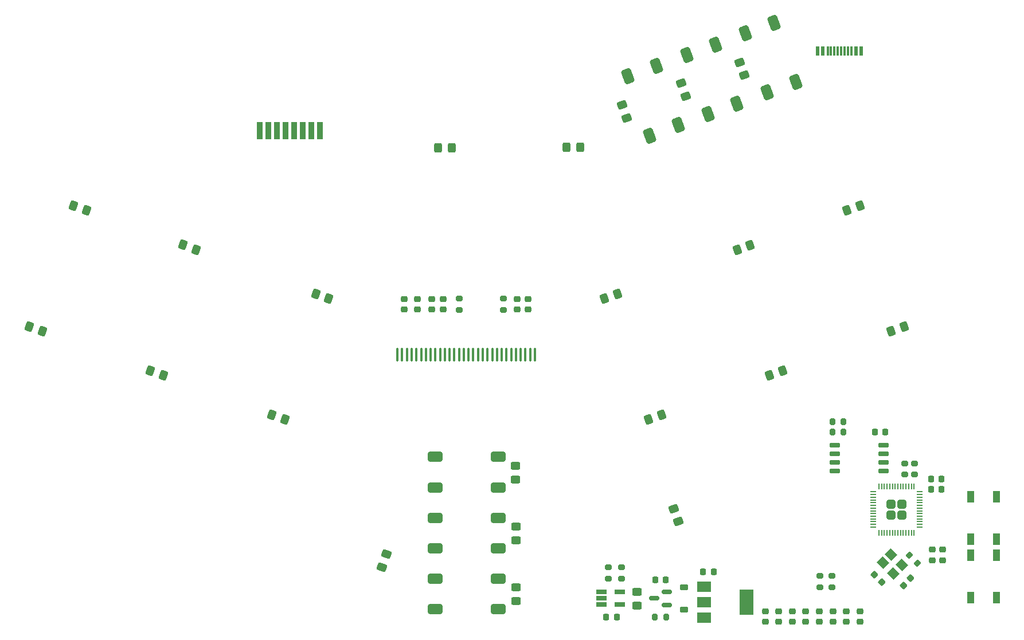
<source format=gbr>
%TF.GenerationSoftware,KiCad,Pcbnew,8.0.2-1*%
%TF.CreationDate,2024-05-28T17:04:48-06:00*%
%TF.ProjectId,magicfingers,6d616769-6366-4696-9e67-6572732e6b69,rev?*%
%TF.SameCoordinates,Original*%
%TF.FileFunction,Paste,Top*%
%TF.FilePolarity,Positive*%
%FSLAX46Y46*%
G04 Gerber Fmt 4.6, Leading zero omitted, Abs format (unit mm)*
G04 Created by KiCad (PCBNEW 8.0.2-1) date 2024-05-28 17:04:48*
%MOMM*%
%LPD*%
G01*
G04 APERTURE LIST*
G04 Aperture macros list*
%AMRoundRect*
0 Rectangle with rounded corners*
0 $1 Rounding radius*
0 $2 $3 $4 $5 $6 $7 $8 $9 X,Y pos of 4 corners*
0 Add a 4 corners polygon primitive as box body*
4,1,4,$2,$3,$4,$5,$6,$7,$8,$9,$2,$3,0*
0 Add four circle primitives for the rounded corners*
1,1,$1+$1,$2,$3*
1,1,$1+$1,$4,$5*
1,1,$1+$1,$6,$7*
1,1,$1+$1,$8,$9*
0 Add four rect primitives between the rounded corners*
20,1,$1+$1,$2,$3,$4,$5,0*
20,1,$1+$1,$4,$5,$6,$7,0*
20,1,$1+$1,$6,$7,$8,$9,0*
20,1,$1+$1,$8,$9,$2,$3,0*%
%AMRotRect*
0 Rectangle, with rotation*
0 The origin of the aperture is its center*
0 $1 length*
0 $2 width*
0 $3 Rotation angle, in degrees counterclockwise*
0 Add horizontal line*
21,1,$1,$2,0,0,$3*%
G04 Aperture macros list end*
%ADD10RoundRect,0.150000X-0.650000X-0.150000X0.650000X-0.150000X0.650000X0.150000X-0.650000X0.150000X0*%
%ADD11RoundRect,0.225000X-0.250000X0.225000X-0.250000X-0.225000X0.250000X-0.225000X0.250000X0.225000X0*%
%ADD12RoundRect,0.250000X0.151491X0.534018X-0.459309X0.311705X-0.151491X-0.534018X0.459309X-0.311705X0*%
%ADD13RoundRect,0.200000X-0.275000X0.200000X-0.275000X-0.200000X0.275000X-0.200000X0.275000X0.200000X0*%
%ADD14RoundRect,0.375000X-0.725000X-0.375000X0.725000X-0.375000X0.725000X0.375000X-0.725000X0.375000X0*%
%ADD15RoundRect,0.375000X-0.600349X0.553020X-0.104420X-0.809535X0.600349X-0.553020X0.104420X0.809535X0*%
%ADD16RoundRect,0.250000X-0.450000X0.325000X-0.450000X-0.325000X0.450000X-0.325000X0.450000X0.325000X0*%
%ADD17RoundRect,0.225000X0.225000X0.250000X-0.225000X0.250000X-0.225000X-0.250000X0.225000X-0.250000X0*%
%ADD18RoundRect,0.249999X-0.395001X-0.395001X0.395001X-0.395001X0.395001X0.395001X-0.395001X0.395001X0*%
%ADD19RoundRect,0.050000X-0.387500X-0.050000X0.387500X-0.050000X0.387500X0.050000X-0.387500X0.050000X0*%
%ADD20RoundRect,0.050000X-0.050000X-0.387500X0.050000X-0.387500X0.050000X0.387500X-0.050000X0.387500X0*%
%ADD21RoundRect,0.200000X0.275000X-0.200000X0.275000X0.200000X-0.275000X0.200000X-0.275000X-0.200000X0*%
%ADD22RoundRect,0.100000X0.100000X-0.900000X0.100000X0.900000X-0.100000X0.900000X-0.100000X-0.900000X0*%
%ADD23RoundRect,0.250000X-0.459309X-0.311705X0.151491X-0.534018X0.459309X0.311705X-0.151491X0.534018X0*%
%ADD24RoundRect,0.250000X0.325000X0.450000X-0.325000X0.450000X-0.325000X-0.450000X0.325000X-0.450000X0*%
%ADD25RoundRect,0.225000X0.017678X-0.335876X0.335876X-0.017678X-0.017678X0.335876X-0.335876X0.017678X0*%
%ADD26RoundRect,0.225000X-0.225000X-0.250000X0.225000X-0.250000X0.225000X0.250000X-0.225000X0.250000X0*%
%ADD27RoundRect,0.250000X-0.534018X0.151491X-0.311705X-0.459309X0.534018X-0.151491X0.311705X0.459309X0*%
%ADD28R,0.600000X1.450000*%
%ADD29R,0.300000X1.450000*%
%ADD30R,1.560000X0.650000*%
%ADD31R,0.950000X2.500000*%
%ADD32RoundRect,0.225000X0.250000X-0.225000X0.250000X0.225000X-0.250000X0.225000X-0.250000X-0.225000X0*%
%ADD33RoundRect,0.150000X0.587500X0.150000X-0.587500X0.150000X-0.587500X-0.150000X0.587500X-0.150000X0*%
%ADD34RoundRect,0.225000X-0.375000X0.225000X-0.375000X-0.225000X0.375000X-0.225000X0.375000X0.225000X0*%
%ADD35RoundRect,0.200000X0.335876X0.053033X0.053033X0.335876X-0.335876X-0.053033X-0.053033X-0.335876X0*%
%ADD36RotRect,1.400000X1.200000X135.000000*%
%ADD37RoundRect,0.200000X-0.200000X-0.275000X0.200000X-0.275000X0.200000X0.275000X-0.200000X0.275000X0*%
%ADD38RoundRect,0.225000X0.335876X0.017678X0.017678X0.335876X-0.335876X-0.017678X-0.017678X-0.335876X0*%
%ADD39R,1.000000X1.700000*%
%ADD40RoundRect,0.250000X-0.311705X0.459309X-0.534018X-0.151491X0.311705X-0.459309X0.534018X0.151491X0*%
%ADD41RoundRect,0.200000X0.200000X0.275000X-0.200000X0.275000X-0.200000X-0.275000X0.200000X-0.275000X0*%
%ADD42R,2.000000X1.500000*%
%ADD43R,2.000000X3.800000*%
G04 APERTURE END LIST*
D10*
%TO.C,U3*%
X229640000Y-105690000D03*
X229640000Y-106960000D03*
X229640000Y-108230000D03*
X229640000Y-109500000D03*
X236840000Y-109500000D03*
X236840000Y-108230000D03*
X236840000Y-106960000D03*
X236840000Y-105690000D03*
%TD*%
D11*
%TO.C,C8*%
X219347000Y-130250000D03*
X219347000Y-131800000D03*
%TD*%
D12*
%TO.C,D18*%
X204037711Y-101230967D03*
X202111341Y-101932109D03*
%TD*%
%TO.C,D17*%
X197522227Y-83329823D03*
X195595857Y-84030965D03*
%TD*%
D13*
%TO.C,R14*%
X227426000Y-125032000D03*
X227426000Y-126682000D03*
%TD*%
D14*
%TO.C,SW10*%
X170600000Y-107451000D03*
X179900000Y-107451000D03*
X170600000Y-111951000D03*
X179900000Y-111951000D03*
%TD*%
D15*
%TO.C,SW9*%
X220672426Y-43315916D03*
X223853213Y-52055057D03*
X216443809Y-44855007D03*
X219624596Y-53594148D03*
%TD*%
D16*
%TO.C,D25*%
X200397000Y-127350000D03*
X200397000Y-129400000D03*
%TD*%
D17*
%TO.C,C16*%
X211722000Y-124400000D03*
X210172000Y-124400000D03*
%TD*%
D18*
%TO.C,U1*%
X237940000Y-114412500D03*
X237940000Y-116012500D03*
X239540000Y-114412500D03*
X239540000Y-116012500D03*
D19*
X235302500Y-112612500D03*
X235302500Y-113012500D03*
X235302500Y-113412500D03*
X235302500Y-113812500D03*
X235302500Y-114212500D03*
X235302500Y-114612500D03*
X235302500Y-115012500D03*
X235302500Y-115412500D03*
X235302500Y-115812500D03*
X235302500Y-116212500D03*
X235302500Y-116612500D03*
X235302500Y-117012500D03*
X235302500Y-117412500D03*
X235302500Y-117812500D03*
D20*
X236140000Y-118650000D03*
X236540000Y-118650000D03*
X236940000Y-118650000D03*
X237340000Y-118650000D03*
X237740000Y-118650000D03*
X238140000Y-118650000D03*
X238540000Y-118650000D03*
X238940000Y-118650000D03*
X239340000Y-118650000D03*
X239740000Y-118650000D03*
X240140000Y-118650000D03*
X240540000Y-118650000D03*
X240940000Y-118650000D03*
X241340000Y-118650000D03*
D19*
X242177500Y-117812500D03*
X242177500Y-117412500D03*
X242177500Y-117012500D03*
X242177500Y-116612500D03*
X242177500Y-116212500D03*
X242177500Y-115812500D03*
X242177500Y-115412500D03*
X242177500Y-115012500D03*
X242177500Y-114612500D03*
X242177500Y-114212500D03*
X242177500Y-113812500D03*
X242177500Y-113412500D03*
X242177500Y-113012500D03*
X242177500Y-112612500D03*
D20*
X241340000Y-111775000D03*
X240940000Y-111775000D03*
X240540000Y-111775000D03*
X240140000Y-111775000D03*
X239740000Y-111775000D03*
X239340000Y-111775000D03*
X238940000Y-111775000D03*
X238540000Y-111775000D03*
X238140000Y-111775000D03*
X237740000Y-111775000D03*
X237340000Y-111775000D03*
X236940000Y-111775000D03*
X236540000Y-111775000D03*
X236140000Y-111775000D03*
%TD*%
D21*
%TO.C,R12*%
X174184500Y-85711800D03*
X174184500Y-84061800D03*
%TD*%
D16*
%TO.C,D14*%
X182548000Y-126725000D03*
X182548000Y-128775000D03*
%TD*%
D22*
%TO.C,U5*%
X165037000Y-92329000D03*
X165737000Y-92329000D03*
X166437000Y-92329000D03*
X167137000Y-92329000D03*
X167837000Y-92329000D03*
X168537000Y-92329000D03*
X169237000Y-92329000D03*
X169937000Y-92329000D03*
X170637000Y-92329000D03*
X171337000Y-92329000D03*
X172037000Y-92329000D03*
X172737000Y-92329000D03*
X173437000Y-92329000D03*
X174137000Y-92329000D03*
X174837000Y-92329000D03*
X175537000Y-92329000D03*
X176237000Y-92329000D03*
X176937000Y-92329000D03*
X177637000Y-92329000D03*
X178337000Y-92329000D03*
X179037000Y-92329000D03*
X179737000Y-92329000D03*
X180437000Y-92329000D03*
X181137000Y-92329000D03*
X181837000Y-92329000D03*
X182537000Y-92329000D03*
X183237000Y-92329000D03*
X183937000Y-92329000D03*
X184637000Y-92329000D03*
X185337000Y-92329000D03*
%TD*%
D23*
%TO.C,D6*%
X146462179Y-101230739D03*
X148388549Y-101931881D03*
%TD*%
D24*
%TO.C,D8*%
X173073000Y-61750000D03*
X171023000Y-61750000D03*
%TD*%
D15*
%TO.C,SW13*%
X211988426Y-46502916D03*
X215169213Y-55242057D03*
X207759809Y-48042007D03*
X210940596Y-56781148D03*
%TD*%
D14*
%TO.C,SW12*%
X170600000Y-116451000D03*
X179900000Y-116451000D03*
X170600000Y-120951000D03*
X179900000Y-120951000D03*
%TD*%
D25*
%TO.C,C2*%
X239741992Y-126448008D03*
X240838008Y-125351992D03*
%TD*%
D23*
%TO.C,D3*%
X133352015Y-76103429D03*
X135278385Y-76804571D03*
%TD*%
D11*
%TO.C,C14*%
X229347000Y-130250000D03*
X229347000Y-131800000D03*
%TD*%
D13*
%TO.C,R2*%
X241427000Y-108395000D03*
X241427000Y-110045000D03*
%TD*%
D17*
%TO.C,C19*%
X197422000Y-131100000D03*
X195872000Y-131100000D03*
%TD*%
D11*
%TO.C,C10*%
X223347000Y-130250000D03*
X223347000Y-131800000D03*
%TD*%
D17*
%TO.C,C6*%
X245365000Y-112244000D03*
X243815000Y-112244000D03*
%TD*%
D26*
%TO.C,C3*%
X243815000Y-110744000D03*
X245365000Y-110744000D03*
%TD*%
D13*
%TO.C,R13*%
X229235000Y-125032000D03*
X229235000Y-126682000D03*
%TD*%
D24*
%TO.C,D15*%
X192024000Y-61722000D03*
X189974000Y-61722000D03*
%TD*%
D11*
%TO.C,C25*%
X167961500Y-84111800D03*
X167961500Y-85661800D03*
%TD*%
D16*
%TO.C,D10*%
X182500000Y-108750000D03*
X182500000Y-110800000D03*
%TD*%
D27*
%TO.C,D16*%
X205798858Y-115073630D03*
X206500000Y-117000000D03*
%TD*%
D28*
%TO.C,J1*%
X233545000Y-47445000D03*
X232770000Y-47445000D03*
D29*
X232070000Y-47445000D03*
X231570000Y-47445000D03*
X231070000Y-47445000D03*
X230570000Y-47445000D03*
X230070000Y-47445000D03*
X229570000Y-47445000D03*
X229070000Y-47445000D03*
X228570000Y-47445000D03*
D28*
X227870000Y-47445000D03*
X227095000Y-47445000D03*
%TD*%
D11*
%TO.C,C17*%
X233347000Y-130250000D03*
X233347000Y-131800000D03*
%TD*%
D30*
%TO.C,U4*%
X195147000Y-127350000D03*
X195147000Y-128300000D03*
X195147000Y-129250000D03*
X197847000Y-129250000D03*
X197847000Y-127350000D03*
%TD*%
D13*
%TO.C,R9*%
X196147000Y-123775000D03*
X196147000Y-125425000D03*
%TD*%
D17*
%TO.C,C18*%
X237115000Y-103750000D03*
X235565000Y-103750000D03*
%TD*%
D11*
%TO.C,C22*%
X184344500Y-84098800D03*
X184344500Y-85648800D03*
%TD*%
D31*
%TO.C,J6*%
X144730000Y-59275000D03*
X146000000Y-59275000D03*
X147270000Y-59275000D03*
X148540000Y-59275000D03*
X149810000Y-59275000D03*
X151080000Y-59275000D03*
X152350000Y-59275000D03*
X153620000Y-59275000D03*
%TD*%
D11*
%TO.C,C12*%
X225347000Y-130250000D03*
X225347000Y-131800000D03*
%TD*%
D32*
%TO.C,C5*%
X244040000Y-122700000D03*
X244040000Y-121150000D03*
%TD*%
D33*
%TO.C,Q1*%
X204834500Y-129300000D03*
X204834500Y-127400000D03*
X202959500Y-128350000D03*
%TD*%
D16*
%TO.C,D12*%
X182548000Y-117725000D03*
X182548000Y-119775000D03*
%TD*%
D34*
%TO.C,D24*%
X207397000Y-126700000D03*
X207397000Y-130000000D03*
%TD*%
D23*
%TO.C,D2*%
X110659438Y-88200122D03*
X112585808Y-88901264D03*
%TD*%
D11*
%TO.C,C24*%
X166056500Y-84111800D03*
X166056500Y-85661800D03*
%TD*%
D21*
%TO.C,R10*%
X198147000Y-125425000D03*
X198147000Y-123775000D03*
%TD*%
D12*
%TO.C,D21*%
X233324516Y-70298855D03*
X231398146Y-70999997D03*
%TD*%
D35*
%TO.C,R3*%
X241790000Y-123150000D03*
X240623274Y-121983274D03*
%TD*%
D14*
%TO.C,SW14*%
X170600000Y-125451000D03*
X179900000Y-125451000D03*
X170600000Y-129951000D03*
X179900000Y-129951000D03*
%TD*%
D27*
%TO.C,D13*%
X206893874Y-52241429D03*
X207595016Y-54167799D03*
%TD*%
D36*
%TO.C,Y1*%
X239492081Y-123447919D03*
X237936446Y-121892284D03*
X236734365Y-123094365D03*
X238290000Y-124650000D03*
%TD*%
D37*
%TO.C,R8*%
X229265000Y-103750000D03*
X230915000Y-103750000D03*
%TD*%
D12*
%TO.C,D20*%
X221938855Y-94715484D03*
X220012485Y-95416626D03*
%TD*%
D11*
%TO.C,C15*%
X231347000Y-130250000D03*
X231347000Y-131800000D03*
%TD*%
D37*
%TO.C,R7*%
X229265000Y-102250000D03*
X230915000Y-102250000D03*
%TD*%
D38*
%TO.C,C1*%
X236571631Y-125931631D03*
X235475615Y-124835615D03*
%TD*%
D32*
%TO.C,C20*%
X170120500Y-85661800D03*
X170120500Y-84111800D03*
%TD*%
D39*
%TO.C,SW24*%
X249687000Y-119609000D03*
X249687000Y-113309000D03*
X253487000Y-119609000D03*
X253487000Y-113309000D03*
%TD*%
D12*
%TO.C,D22*%
X239840000Y-88200000D03*
X237913630Y-88901142D03*
%TD*%
D17*
%TO.C,C11*%
X204672000Y-125600000D03*
X203122000Y-125600000D03*
%TD*%
D32*
%TO.C,C23*%
X171771500Y-85661800D03*
X171771500Y-84111800D03*
%TD*%
D11*
%TO.C,C9*%
X221347000Y-130250000D03*
X221347000Y-131800000D03*
%TD*%
D21*
%TO.C,R1*%
X239927000Y-110045000D03*
X239927000Y-108395000D03*
%TD*%
D15*
%TO.C,SW11*%
X203304820Y-49690094D03*
X206485607Y-58429235D03*
X199076203Y-51229185D03*
X202256990Y-59968326D03*
%TD*%
D11*
%TO.C,C13*%
X227347000Y-130250000D03*
X227347000Y-131800000D03*
%TD*%
D27*
%TO.C,D9*%
X215579858Y-49127630D03*
X216281000Y-51054000D03*
%TD*%
%TO.C,D11*%
X198201716Y-55405116D03*
X198902858Y-57331486D03*
%TD*%
D40*
%TO.C,D7*%
X163398571Y-121786815D03*
X162697429Y-123713185D03*
%TD*%
D32*
%TO.C,C21*%
X182693500Y-85661800D03*
X182693500Y-84111800D03*
%TD*%
D23*
%TO.C,D1*%
X117175374Y-70298627D03*
X119101744Y-70999769D03*
%TD*%
D12*
%TO.C,D19*%
X217117185Y-76154229D03*
X215190815Y-76855371D03*
%TD*%
D41*
%TO.C,R6*%
X204722000Y-131100000D03*
X203072000Y-131100000D03*
%TD*%
D11*
%TO.C,C7*%
X245540000Y-121150000D03*
X245540000Y-122700000D03*
%TD*%
D13*
%TO.C,R11*%
X180661500Y-84061800D03*
X180661500Y-85711800D03*
%TD*%
D39*
%TO.C,SW23*%
X249687000Y-128245000D03*
X249687000Y-121945000D03*
X253487000Y-128245000D03*
X253487000Y-121945000D03*
%TD*%
D42*
%TO.C,U2*%
X210297000Y-126600000D03*
X210297000Y-128900000D03*
D43*
X216597000Y-128900000D03*
D42*
X210297000Y-131200000D03*
%TD*%
D23*
%TO.C,D4*%
X128561035Y-94715255D03*
X130487405Y-95416397D03*
%TD*%
%TO.C,D5*%
X152977663Y-83329594D03*
X154904033Y-84030736D03*
%TD*%
M02*

</source>
